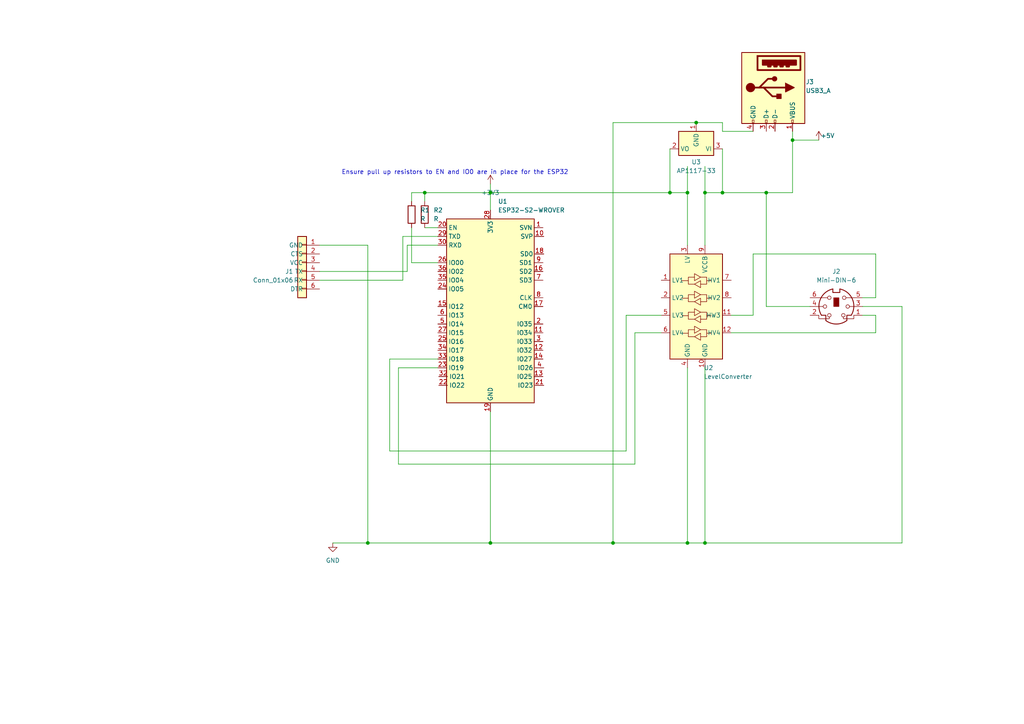
<source format=kicad_sch>
(kicad_sch (version 20230121) (generator eeschema)
  (paper "A4")
  (lib_symbols
    (symbol "Connector:Mini-DIN-6" (pin_names (offset 1.016))
      (property "Reference" "J" (at 0 6.35 0))
      (property "Value" "Mini-DIN-6" (at 0 -6.35 0))
      (symbol "Mini-DIN-6_0_1"
        (circle (center -3.302 0) (radius 0.508))
        (arc (start -3.048 -4.064) (mid 0 -5.08) (end 3.048 -4.064) (stroke (width 0.254)))
        (circle (center -2.032 -2.54) (radius 0.508))
        (circle (center -2.032 2.54) (radius 0.508))
        (arc (start -1.016 5.08) (mid -4.6228 2.1214) (end -4.318 -2.54) (stroke (width 0.254)))
        (rectangle (start -0.762 2.54) (end 0.762 0) (fill (type outline)))
        (polyline (pts (xy -3.81 0) (xy -5.08 0)))
        (polyline (pts (xy -2.54 2.54) (xy -5.08 2.54)))
        (polyline (pts (xy 2.794 2.54) (xy 5.08 2.54)))
        (polyline (pts (xy 5.08 0) (xy 3.81 0)))
        (polyline (pts (xy -4.318 -2.54) (xy -3.048 -2.54) (xy -3.048 -4.064)) (stroke (width 0.254)))
        (polyline (pts (xy 4.318 -2.54) (xy 3.048 -2.54) (xy 3.048 -4.064)) (stroke (width 0.254)))
        (polyline (pts (xy -2.032 -3.048) (xy -2.032 -3.556) (xy -5.08 -3.556) (xy -5.08 -2.54)))
        (polyline (pts (xy -1.016 5.08) (xy -1.016 4.064) (xy 1.016 4.064) (xy 1.016 5.08)) (stroke (width 0.254)))
        (polyline (pts (xy 2.032 -3.048) (xy 2.032 -3.556) (xy 5.08 -3.556) (xy 5.08 -2.54)))
        (circle (center 2.032 -2.54) (radius 0.508))
        (circle (center 2.286 2.54) (radius 0.508))
        (circle (center 3.302 0) (radius 0.508))
        (arc (start 4.318 -2.54) (mid 4.6661 2.1322) (end 1.016 5.08) (stroke (width 0.254)))
      )
      (symbol "Mini-DIN-6_1_1"
        (pin passive line (at 7.62 -2.54 180) (length 2.54) (name "~") (number "1"))
        (pin passive line (at -7.62 -2.54 0) (length 2.54) (name "~") (number "2"))
        (pin passive line (at 7.62 0 180) (length 2.54) (name "~") (number "3"))
        (pin passive line (at -7.62 0 0) (length 2.54) (name "~") (number "4"))
        (pin passive line (at 7.62 2.54 180) (length 2.54) (name "~") (number "5"))
        (pin passive line (at -7.62 2.54 0) (length 2.54) (name "~") (number "6"))
      )
    )
    (symbol "Device:R" (pin_numbers hide) (pin_names (offset 0))
      (property "Reference" "R" (at 2.032 0 90))
      (property "Value" "R" (at 0 0 90))
      (symbol "R_0_1"
        (rectangle (start -1.016 -2.54) (end 1.016 2.54) (stroke (width 0.254)))
      )
      (symbol "R_1_1"
        (pin passive line (at 0 3.81 270) (length 1.27) (name "~") (number "1"))
        (pin passive line (at 0 -3.81 90) (length 1.27) (name "~") (number "2"))
      )
    )
    (symbol "Library:Conn_01x06" (pin_names (offset 1.016))
      (property "Reference" "J1" (at 2.54 0 0))
      (property "Value" "Conn_01x06" (at 2.54 -2.54 0))
      (symbol "Conn_01x06_1_1"
        (rectangle (start -1.27 -4.826) (end 0 -5.08) (stroke (width 0.1524)))
        (rectangle (start -1.27 -2.286) (end 0 -2.54) (stroke (width 0.1524)))
        (rectangle (start -1.27 0.254) (end 0 0) (stroke (width 0.1524)))
        (rectangle (start -1.27 2.794) (end 0 2.54) (stroke (width 0.1524)))
        (rectangle (start -1.27 5.334) (end 0 5.08) (stroke (width 0.1524)))
        (rectangle (start -1.27 7.874) (end 0 7.62) (stroke (width 0.1524)))
        (rectangle (start -1.27 10.16) (end 1.27 -7.62) (stroke (width 0.254)) (fill (type background)))
        (pin passive line (at -5.08 7.62 0) (length 3.81) (name "GND") (number "1"))
        (pin passive line (at -5.08 5.08 0) (length 3.81) (name "CTS") (number "2"))
        (pin passive line (at -5.08 2.54 0) (length 3.81) (name "VCC") (number "3"))
        (pin passive line (at -5.08 0 0) (length 3.81) (name "TX") (number "4"))
        (pin passive line (at -5.08 -2.54 0) (length 3.81) (name "RX") (number "5"))
        (pin passive line (at -5.08 -5.08 0) (length 3.81) (name "DTR") (number "6"))
      )
    )
    (symbol "Library:ESP32-S2-WROVER"
      (property "Reference" "U1" (at 2.1941 33.02 0))
      (property "Value" "ESP32-S2-WROVER" (at 2.1941 30.48 0))
      (symbol "ESP32-S2-WROVER_0_1"
        (rectangle (start -12.7 27.94) (end 12.7 -25.4) (stroke (width 0.254)) (fill (type background)))
      )
      (symbol "ESP32-S2-WROVER_1_1"
        (pin bidirectional line (at 15.24 25.4 180) (length 2.54) (name "SVN") (number "1"))
        (pin bidirectional line (at 15.494 22.86 180) (length 2.54) (name "SVP") (number "10"))
        (pin bidirectional line (at 15.24 -5.08 180) (length 2.54) (name "IO34") (number "11"))
        (pin bidirectional line (at 15.24 -10.16 180) (length 2.54) (name "IO32") (number "12"))
        (pin bidirectional line (at 15.24 -17.78 180) (length 2.54) (name "IO25") (number "13"))
        (pin bidirectional line (at 15.24 -12.7 180) (length 2.54) (name "IO27") (number "14"))
        (pin bidirectional line (at -15.24 2.54 0) (length 2.54) (name "IO12") (number "15"))
        (pin bidirectional line (at 15.24 12.7 180) (length 2.54) (name "SD2") (number "16"))
        (pin bidirectional line (at 15.24 2.54 180) (length 2.54) (name "CM0") (number "17"))
        (pin bidirectional line (at 15.494 17.78 180) (length 2.54) (name "SD0") (number "18"))
        (pin power_in line (at 0 -27.94 90) (length 2.54) (name "GND") (number "19"))
        (pin bidirectional line (at 15.24 -2.54 180) (length 2.54) (name "IO35") (number "2"))
        (pin input line (at -15.24 25.4 0) (length 2.54) (name "EN") (number "20"))
        (pin bidirectional line (at 15.494 -20.32 180) (length 2.54) (name "IO23") (number "21"))
        (pin bidirectional line (at -14.986 -20.32 0) (length 2.54) (name "IO22") (number "22"))
        (pin bidirectional line (at -15.24 -15.24 0) (length 2.54) (name "IO19") (number "23"))
        (pin bidirectional line (at -15.24 7.62 0) (length 2.54) (name "IO05") (number "24"))
        (pin bidirectional line (at -15.24 -7.62 0) (length 2.54) (name "IO16") (number "25"))
        (pin bidirectional line (at -15.24 15.24 0) (length 2.54) (name "IO00") (number "26"))
        (pin bidirectional line (at -15.24 -5.08 0) (length 2.54) (name "IO15") (number "27"))
        (pin power_in line (at 0 30.48 270) (length 2.54) (name "3V3") (number "28"))
        (pin bidirectional line (at -15.24 22.86 0) (length 2.54) (name "TXD") (number "29"))
        (pin bidirectional line (at 15.24 -7.62 180) (length 2.54) (name "IO33") (number "3"))
        (pin bidirectional line (at -15.24 20.32 0) (length 2.54) (name "RXD") (number "30"))
        (pin passive line (at 0 -27.94 90) (length 2.54) hide (name "GND") (number "31"))
        (pin bidirectional line (at -14.986 -17.78 0) (length 2.54) (name "IO21") (number "32"))
        (pin bidirectional line (at -15.24 -12.7 0) (length 2.54) (name "IO18") (number "33"))
        (pin bidirectional line (at -15.24 -10.16 0) (length 2.54) (name "IO17") (number "34"))
        (pin bidirectional line (at -15.24 10.16 0) (length 2.54) (name "IO04") (number "35"))
        (pin bidirectional line (at -15.24 12.7 0) (length 2.54) (name "IO02") (number "36"))
        (pin bidirectional line (at 15.494 -15.24 180) (length 2.54) (name "IO26") (number "4"))
        (pin bidirectional line (at -15.24 -2.54 0) (length 2.54) (name "IO14") (number "5"))
        (pin bidirectional line (at -15.24 0 0) (length 2.54) (name "IO13") (number "6"))
        (pin bidirectional line (at 15.24 10.16 180) (length 2.54) (name "SD3") (number "7"))
        (pin bidirectional line (at 15.24 5.08 180) (length 2.54) (name "CLK") (number "8"))
        (pin input line (at 15.24 15.24 180) (length 2.54) (name "SD1") (number "9"))
      )
    )
    (symbol "Library:USB3_A_Plug" (pin_names (offset 1.016))
      (property "Reference" "J3" (at -1.651 10.16 90))
      (property "Value" "USB3_A" (at 0.889 10.16 90))
      (symbol "USB3_A_Plug_0_0"
        (rectangle (start -9.144 8.636) (end -5.08 -3.81) (stroke (width 0.508)))
        (rectangle (start -7.874 7.366) (end -6.604 -2.286) (stroke (width 0.508)) (fill (type outline)))
        (rectangle (start -6.35 0) (end -6.096 -0.762) (stroke (width 0.508)))
        (rectangle (start -6.35 1.778) (end -6.096 1.016) (stroke (width 0.508)))
        (rectangle (start -6.35 3.556) (end -6.096 2.794) (stroke (width 0.508)))
        (rectangle (start -6.35 5.334) (end -6.096 4.572) (stroke (width 0.508)))
        (rectangle (start 9.398 -4.826) (end 10.414 -5.334))
        (rectangle (start 9.398 -1.016) (end 10.414 -1.524))
        (rectangle (start 10.414 1.524) (end 9.398 1.016))
        (rectangle (start 10.414 6.604) (end 9.398 6.096))
      )
      (symbol "USB3_A_Plug_0_1"
        (rectangle (start -10.16 9.906) (end 10.414 -8.382) (stroke (width 0.254)) (fill (type background)))
      )
      (symbol "USB3_A_Plug_1_1"
        (circle (center -2.54 1.143) (radius 0.635) (stroke (width 0.254)) (fill (type outline)))
        (circle (center 0 -5.842) (radius 1.27) (fill (type outline)))
        (polyline (pts (xy 0 -5.842) (xy 0 4.318)) (stroke (width 0.508)))
        (polyline (pts (xy 0 -3.302) (xy -2.54 -0.762) (xy -2.54 0.508)) (stroke (width 0.508)))
        (polyline (pts (xy 0 -2.032) (xy 2.54 0.508) (xy 2.54 1.778)) (stroke (width 0.508)))
        (polyline (pts (xy -1.27 4.318) (xy 0 6.858) (xy 1.27 4.318) (xy -1.27 4.318)) (stroke (width 0.254)) (fill (type outline)))
        (rectangle (start 1.905 1.778) (end 3.175 3.048) (stroke (width 0.254)) (fill (type outline)))
        (pin power_in line (at 12.7 6.35 180) (length 2.54) (name "VBUS") (number "1"))
        (pin bidirectional line (at 12.7 1.27 180) (length 2.54) (name "D-") (number "2"))
        (pin bidirectional line (at 12.7 -1.27 180) (length 2.54) (name "D+") (number "3"))
        (pin power_in line (at 12.7 -5.08 180) (length 2.54) (name "GND") (number "4"))
      )
    )
    (symbol "Logic_LevelTranslator:TXB0104RUT"
      (property "Reference" "U2" (at 2.1941 -17.78 0))
      (property "Value" "LevelConverter" (at 2.1941 -20.32 0))
      (symbol "TXB0104RUT_0_1"
        (rectangle (start -7.62 15.24) (end 7.62 -15.24) (stroke (width 0.254)) (fill (type background)))
        (polyline (pts (xy -2.286 -7.747) (xy -2.286 -6.731) (xy -0.508 -6.731)))
        (polyline (pts (xy -2.286 -2.667) (xy -2.286 -1.651) (xy -0.508 -1.651)))
        (polyline (pts (xy -2.286 2.413) (xy -2.286 3.429) (xy -0.508 3.429)))
        (polyline (pts (xy -2.286 7.493) (xy -2.286 8.509) (xy -0.508 8.509)))
        (polyline (pts (xy 3.048 -7.747) (xy 3.048 -8.763) (xy 1.27 -8.763)))
        (polyline (pts (xy 3.048 -2.667) (xy 3.048 -3.683) (xy 1.27 -3.683)))
        (polyline (pts (xy 3.048 2.413) (xy 3.048 1.397) (xy 1.27 1.397)))
        (polyline (pts (xy 3.048 7.493) (xy 3.048 6.477) (xy 1.27 6.477)))
        (polyline (pts (xy -0.508 -8.763) (xy -2.286 -8.763) (xy -2.286 -7.747) (xy -4.064 -7.747)))
        (polyline (pts (xy -0.508 -8.763) (xy 1.27 -7.747) (xy 1.27 -9.779) (xy -0.508 -8.763)))
        (polyline (pts (xy -0.508 -3.683) (xy -2.286 -3.683) (xy -2.286 -2.667) (xy -4.064 -2.667)))
        (polyline (pts (xy -0.508 -3.683) (xy 1.27 -2.667) (xy 1.27 -4.699) (xy -0.508 -3.683)))
        (polyline (pts (xy -0.508 1.397) (xy -2.286 1.397) (xy -2.286 2.413) (xy -4.064 2.413)))
        (polyline (pts (xy -0.508 1.397) (xy 1.27 2.413) (xy 1.27 0.381) (xy -0.508 1.397)))
        (polyline (pts (xy -0.508 6.477) (xy -2.286 6.477) (xy -2.286 7.493) (xy -4.318 7.493)))
        (polyline (pts (xy -0.508 6.477) (xy 1.27 7.493) (xy 1.27 5.461) (xy -0.508 6.477)))
        (polyline (pts (xy 1.27 -6.731) (xy -0.508 -7.747) (xy -0.508 -5.715) (xy 1.27 -6.731)))
        (polyline (pts (xy 1.27 -6.731) (xy 3.048 -6.731) (xy 3.048 -7.747) (xy 4.318 -7.747)))
        (polyline (pts (xy 1.27 -1.651) (xy -0.508 -2.667) (xy -0.508 -0.635) (xy 1.27 -1.651)))
        (polyline (pts (xy 1.27 -1.651) (xy 3.048 -1.651) (xy 3.048 -2.667) (xy 4.318 -2.667)))
        (polyline (pts (xy 1.27 3.429) (xy -0.508 2.413) (xy -0.508 4.445) (xy 1.27 3.429)))
        (polyline (pts (xy 1.27 3.429) (xy 3.048 3.429) (xy 3.048 2.413) (xy 4.318 2.413)))
        (polyline (pts (xy 1.27 8.509) (xy -0.508 7.493) (xy -0.508 9.525) (xy 1.27 8.509)))
        (polyline (pts (xy 1.27 8.509) (xy 3.048 8.509) (xy 3.048 7.493) (xy 4.318 7.493)))
      )
      (symbol "TXB0104RUT_1_1"
        (pin tri_state line (at -10.16 7.62 0) (length 2.54) (name "LV1") (number "1"))
        (pin power_in line (at 2.54 -17.78 90) (length 2.54) (name "GND") (number "10"))
        (pin tri_state line (at 10.16 -2.54 180) (length 2.54) (name "HW3") (number "11"))
        (pin tri_state line (at 10.16 -7.62 180) (length 2.54) (name "HV4") (number "12"))
        (pin tri_state line (at -10.16 2.54 0) (length 2.54) (name "LV2") (number "2"))
        (pin power_in line (at -2.54 17.78 270) (length 2.54) (name "LV") (number "3"))
        (pin power_in line (at -2.54 -17.78 90) (length 2.54) (name "GND") (number "4"))
        (pin tri_state line (at -10.16 -2.54 0) (length 2.54) (name "LV3") (number "5"))
        (pin tri_state line (at -10.16 -7.62 0) (length 2.54) (name "LV4") (number "6"))
        (pin tri_state line (at 10.16 7.62 180) (length 2.54) (name "HV1") (number "7"))
        (pin tri_state line (at 10.16 2.54 180) (length 2.54) (name "HV2") (number "8"))
        (pin power_in line (at 2.54 17.78 270) (length 2.54) (name "VCCB") (number "9"))
      )
    )
    (symbol "Regulator_Linear:AP1117-33"
      (property "Reference" "U" (at -3.81 3.175 0))
      (property "Value" "AP1117-33" (at 0 3.175 0))
      (symbol "AP1117-33_0_1"
        (rectangle (start -5.08 -5.08) (end 5.08 1.905) (stroke (width 0.254)) (fill (type background)))
      )
      (symbol "AP1117-33_1_1"
        (pin power_in line (at 0 -7.62 90) (length 2.54) (name "GND") (number "1"))
        (pin power_out line (at 7.62 0 180) (length 2.54) (name "VO") (number "2"))
        (pin power_in line (at -7.62 0 0) (length 2.54) (name "VI") (number "3"))
      )
    )
    (symbol "power:+3V3" (power) (pin_names (offset 0))
      (property "Value" "+3V3" (at 0 3.556 0))
      (symbol "+3V3_0_1"
        (polyline (pts (xy -0.762 1.27) (xy 0 2.54)))
        (polyline (pts (xy 0 0) (xy 0 2.54)))
        (polyline (pts (xy 0 2.54) (xy 0.762 1.27)))
      )
      (symbol "+3V3_1_1"
        (pin power_in line (at 0 0 90) (length 0) hide (name "+3V3") (number "1"))
      )
    )
    (symbol "power:+5V" (power) (pin_names (offset 0))
      (property "Value" "+5V" (at 0 3.556 0))
      (symbol "+5V_0_1"
        (polyline (pts (xy -0.762 1.27) (xy 0 2.54)))
        (polyline (pts (xy 0 0) (xy 0 2.54)))
        (polyline (pts (xy 0 2.54) (xy 0.762 1.27)))
      )
      (symbol "+5V_1_1"
        (pin power_in line (at 0 0 90) (length 0) hide (name "+5V") (number "1"))
      )
    )
    (symbol "power:GND" (power) (pin_names (offset 0))
      (property "Value" "GND" (at 0 -3.81 0))
      (symbol "GND_0_1"
        (polyline (pts (xy 0 0) (xy 0 -1.27) (xy 1.27 -1.27) (xy 0 -2.54) (xy -1.27 -1.27) (xy 0 -1.27)))
      )
      (symbol "GND_1_1"
        (pin power_in line (at 0 0 270) (length 0) hide (name "GND") (number "1"))
      )
    )
  )
  (junction (at 142.24 55.88))
  (junction (at 222.25 55.88))
  (junction (at 204.47 55.88))
  (junction (at 201.93 35.56))
  (junction (at 142.24 157.48))
  (junction (at 106.68 157.48))
  (junction (at 199.39 55.88))
  (junction (at 209.55 55.88))
  (junction (at 199.39 157.48))
  (junction (at 194.31 55.88))
  (junction (at 177.8 157.48))
  (junction (at 204.47 157.48))
  (junction (at 123.19 55.88))
  (junction (at 229.87 40.64))
  (wire (pts (xy 116.84 68.58) (xy 127 68.58)))
  (wire (pts (xy 209.55 55.88) (xy 222.25 55.88)))
  (wire (pts (xy 113.03 130.81) (xy 181.61 130.81)))
  (wire (pts (xy 194.31 43.18) (xy 194.31 55.88)))
  (wire (pts (xy 250.19 88.9) (xy 261.62 88.9)))
  (wire (pts (xy 142.24 55.88) (xy 194.31 55.88)))
  (wire (pts (xy 229.87 40.64) (xy 229.87 55.88)))
  (wire (pts (xy 119.38 55.88) (xy 123.19 55.88)))
  (wire (pts (xy 254 73.66) (xy 254 86.36)))
  (wire (pts (xy 209.55 43.18) (xy 209.55 55.88)))
  (wire (pts (xy 204.47 71.12) (xy 204.47 55.88)))
  (wire (pts (xy 92.71 78.74) (xy 118.11 78.74)))
  (wire (pts (xy 184.15 134.62) (xy 184.15 96.52)))
  (wire (pts (xy 218.44 91.44) (xy 218.44 73.66)))
  (wire (pts (xy 194.31 55.88) (xy 199.39 55.88)))
  (wire (pts (xy 115.57 106.68) (xy 115.57 134.62)))
  (wire (pts (xy 218.44 73.66) (xy 254 73.66)))
  (wire (pts (xy 118.11 78.74) (xy 118.11 71.12)))
  (wire (pts (xy 181.61 91.44) (xy 191.77 91.44)))
  (wire (pts (xy 199.39 71.12) (xy 199.39 55.88)))
  (wire (pts (xy 142.24 55.88) (xy 142.24 60.96)))
  (wire (pts (xy 116.84 81.28) (xy 116.84 68.58)))
  (wire (pts (xy 142.24 53.34) (xy 142.24 55.88)))
  (wire (pts (xy 92.71 71.12) (xy 106.68 71.12)))
  (wire (pts (xy 119.38 76.2) (xy 119.38 66.04)))
  (wire (pts (xy 106.68 71.12) (xy 106.68 157.48)))
  (wire (pts (xy 201.93 35.56) (xy 177.8 35.56)))
  (wire (pts (xy 254 91.44) (xy 250.19 91.44)))
  (wire (pts (xy 199.39 157.48) (xy 177.8 157.48)))
  (wire (pts (xy 261.62 157.48) (xy 204.47 157.48)))
  (wire (pts (xy 199.39 106.68) (xy 199.39 157.48)))
  (wire (pts (xy 119.38 76.2) (xy 127 76.2)))
  (wire (pts (xy 184.15 96.52) (xy 191.77 96.52)))
  (wire (pts (xy 212.09 96.52) (xy 254 96.52)))
  (wire (pts (xy 229.87 55.88) (xy 222.25 55.88)))
  (wire (pts (xy 113.03 104.14) (xy 113.03 130.81)))
  (wire (pts (xy 204.47 157.48) (xy 199.39 157.48)))
  (wire (pts (xy 229.87 38.1) (xy 229.87 40.64)))
  (wire (pts (xy 127 106.68) (xy 115.57 106.68)))
  (wire (pts (xy 115.57 134.62) (xy 184.15 134.62)))
  (wire (pts (xy 204.47 55.88) (xy 209.55 55.88)))
  (wire (pts (xy 181.61 130.81) (xy 181.61 91.44)))
  (wire (pts (xy 261.62 88.9) (xy 261.62 157.48)))
  (wire (pts (xy 212.09 91.44) (xy 218.44 91.44)))
  (wire (pts (xy 229.87 40.64) (xy 237.49 40.64)))
  (wire (pts (xy 177.8 157.48) (xy 142.24 157.48)))
  (wire (pts (xy 92.71 81.28) (xy 116.84 81.28)))
  (wire (pts (xy 106.68 157.48) (xy 142.24 157.48)))
  (wire (pts (xy 127 104.14) (xy 113.03 104.14)))
  (wire (pts (xy 96.52 157.48) (xy 106.68 157.48)))
  (wire (pts (xy 123.19 55.88) (xy 142.24 55.88)))
  (wire (pts (xy 119.38 58.42) (xy 119.38 55.88)))
  (wire (pts (xy 142.24 157.48) (xy 142.24 119.38)))
  (wire (pts (xy 209.55 38.1) (xy 209.55 35.56)))
  (wire (pts (xy 199.39 55.88) (xy 199.39 48.26)))
  (wire (pts (xy 204.47 106.68) (xy 204.47 157.48)))
  (wire (pts (xy 209.55 38.1) (xy 218.44 38.1)))
  (wire (pts (xy 123.19 58.42) (xy 123.19 55.88)))
  (wire (pts (xy 177.8 35.56) (xy 177.8 157.48)))
  (wire (pts (xy 118.11 71.12) (xy 127 71.12)))
  (wire (pts (xy 204.47 55.88) (xy 204.47 48.26)))
  (wire (pts (xy 123.19 66.04) (xy 127 66.04)))
  (wire (pts (xy 222.25 88.9) (xy 222.25 55.88)))
  (wire (pts (xy 209.55 35.56) (xy 201.93 35.56)))
  (wire (pts (xy 234.95 88.9) (xy 222.25 88.9)))
  (wire (pts (xy 254 96.52) (xy 254 91.44)))
  (wire (pts (xy 254 86.36) (xy 250.19 86.36)))
  (text "Ensure pull up resistors to EN and IO0 are in place for the ESP32" (at 99.06 50.8 0) (effects (font (size 1.27 1.27)) (justify left bottom)))
  (symbol (lib_id "Library:USB3_A_Plug") (at 223.52 25.4 270) (unit 1)
    (property "Reference" "J3" (at 233.68 23.749 90) (effects (justify left)))
    (property "Value" "USB3_A" (at 233.68 26.289 90) (effects (justify left)))
    (property "Footprint" "LocalLibrary:PinHeader_1x02_P2.54mm_Vertical" (effects hide))
  )
  (symbol (lib_id "power:+3V3") (at 142.24 53.34 0) (unit 1)
    (property "Reference" "#PWR03" (effects hide))
    (property "Value" "+3V3" (at 142.24 55.88 0))
  )
  (symbol (lib_id "power:GND") (at 96.52 157.48 0) (unit 1)
    (property "Reference" "#PWR01" (effects hide))
    (property "Value" "GND" (at 96.52 162.56 0))
  )
  (symbol (lib_id "power:+5V") (at 237.49 40.64 0) (unit 1)
    (property "Reference" "#PWR02" (effects hide))
    (property "Value" "+5V" (at 240.03 39.37 0))
  )
  (symbol (lib_id "Connector:Mini-DIN-6") (at 242.57 88.9 0) (unit 1)
    (property "Reference" "J2" (at 242.5877 78.74 0))
    (property "Value" "Mini-DIN-6" (at 242.5877 81.28 0))
    (property "Footprint" "LocalLibrary:Connector_Mini-DIN_Female_6Pin_2rows" (effects hide))
    (property "Datasheet" "http://service.powerdynamics.com/ec/Catalog17/Section%2011.pdf" (effects hide))
  )
  (symbol (lib_id "Regulator_Linear:AP1117-33") (at 201.93 43.18 180) (unit 1)
    (property "Reference" "U3" (at 201.93 46.99 0))
    (property "Value" "AP1117-33" (at 201.93 49.53 0))
    (property "Footprint" "Package_TO_SOT_SMD:SOT-223-3_TabPin2" (effects hide))
    (property "Datasheet" "http://www.diodes.com/datasheets/AP1117.pdf" (effects hide))
  )
  (symbol (lib_id "Device:R") (at 119.38 62.23 0) (unit 1)
    (property "Reference" "R1" (at 121.92 60.96 0) (effects (justify left)))
    (property "Value" "R" (at 121.92 63.5 0) (effects (justify left)))
    (property "Footprint" "Resistor_THT:R_Box_L8.4mm_W2.5mm_P5.08mm" (effects hide))
  )
  (symbol (lib_id "Library:Conn_01x06") (at 87.63 78.74 0) (mirror y) (unit 1)
    (property "Reference" "J1" (at 85.09 78.74 0) (effects (justify left)))
    (property "Value" "Conn_01x06" (at 85.09 81.28 0) (effects (justify left)))
    (property "Footprint" "Connector_PinHeader_2.54mm:PinHeader_1x06_P2.54mm_Vertical" (effects hide))
  )
  (symbol (lib_id "Logic_LevelTranslator:TXB0104RUT") (at 201.93 88.9 0) (unit 1)
    (property "Reference" "U2" (at 204.1241 106.68 0) (effects (justify left)))
    (property "Value" "LevelConverter" (at 204.1241 109.22 0) (effects (justify left)))
    (property "Footprint" "LocalLibrary:LevelConverter" (effects hide))
  )
  (symbol (lib_id "Device:R") (at 123.19 62.23 0) (unit 1)
    (property "Reference" "R2" (at 125.73 60.96 0) (effects (justify left)))
    (property "Value" "R" (at 125.73 63.5 0) (effects (justify left)))
    (property "Footprint" "Resistor_THT:R_Box_L8.4mm_W2.5mm_P5.08mm" (effects hide))
  )
  (symbol (lib_id "Library:ESP32-S2-WROVER") (at 142.24 91.44 0) (unit 1)
    (property "Reference" "U1" (at 144.4341 58.42 0) (effects (justify left)))
    (property "Value" "ESP32-S2-WROVER" (at 144.4341 60.96 0) (effects (justify left)))
    (property "Footprint" "LocalLibrary:ESP32-S2-WROVER" (effects hide))
    (property "Datasheet" "https://www.espressif.com/sites/default/files/documentation/esp32-s2-wroom_esp32-s2-wroom-i_datasheet_en.pdf" (effects hide))
  )
)
</source>
